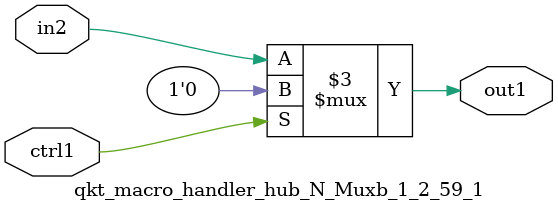
<source format=v>

`timescale 1ps / 1ps


module qkt_macro_handler_hub_N_Muxb_1_2_59_1( in2, ctrl1, out1 );

    input in2;
    input ctrl1;
    output out1;
    reg out1;

    
    // rtl_process:qkt_macro_handler_hub_N_Muxb_1_2_59_1/qkt_macro_handler_hub_N_Muxb_1_2_59_1_thread_1
    always @*
      begin : qkt_macro_handler_hub_N_Muxb_1_2_59_1_thread_1
        case (ctrl1) 
          1'b1: 
            begin
              out1 = 1'b0;
            end
          default: 
            begin
              out1 = in2;
            end
        endcase
      end

endmodule


</source>
